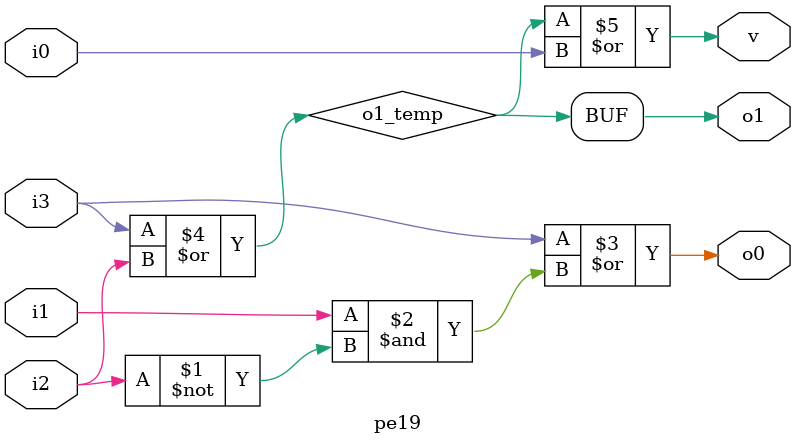
<source format=v>
module pe19(i3,i2,i1,i0,o0,o1,v);

    input i3,i2,i1,i0;
    output o0,o1,v;
    wire o1_temp;

    assign o0 = (i3) | (i1&~i2);
    assign o1_temp = i3 | i2;
    assign v = o1_temp | i0;
    assign o1 = o1_temp;

endmodule
</source>
